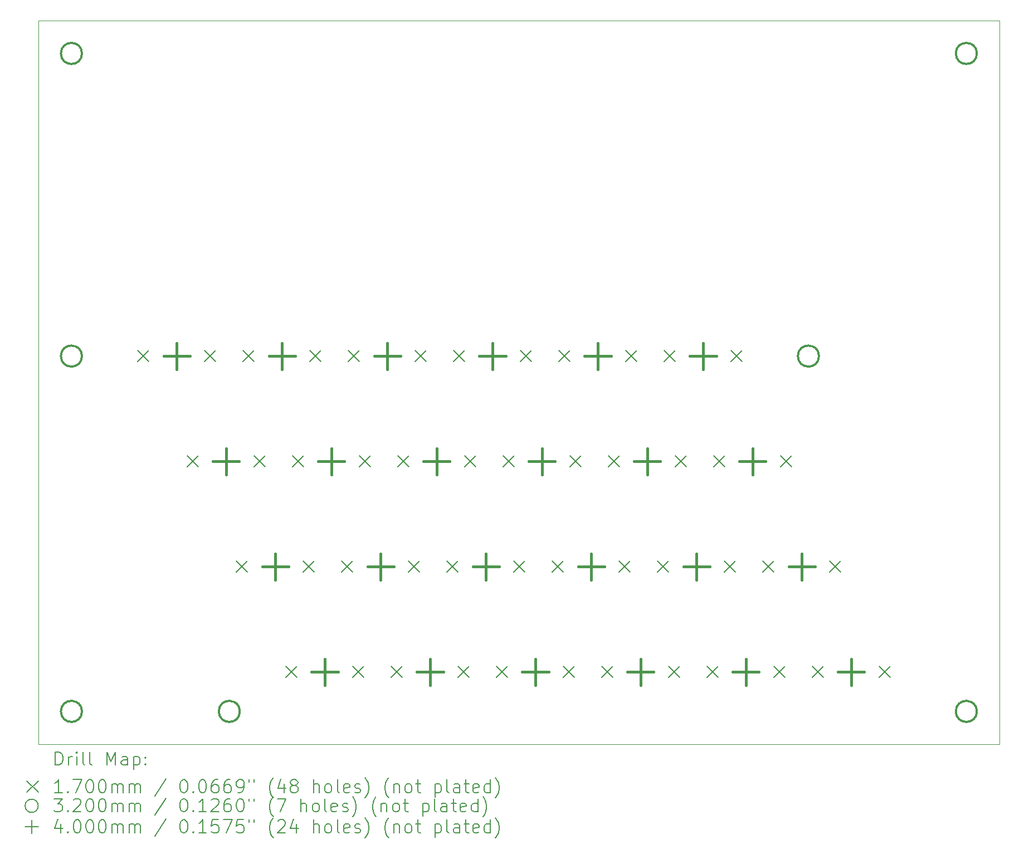
<source format=gbr>
%TF.GenerationSoftware,KiCad,Pcbnew,7.0.11-7.0.11~ubuntu22.04.1*%
%TF.CreationDate,2024-03-31T18:03:54+02:00*%
%TF.ProjectId,ek_left_hand_24_buttons,656b5f6c-6566-4745-9f68-616e645f3234,1.0*%
%TF.SameCoordinates,Original*%
%TF.FileFunction,Drillmap*%
%TF.FilePolarity,Positive*%
%FSLAX45Y45*%
G04 Gerber Fmt 4.5, Leading zero omitted, Abs format (unit mm)*
G04 Created by KiCad (PCBNEW 7.0.11-7.0.11~ubuntu22.04.1) date 2024-03-31 18:03:54*
%MOMM*%
%LPD*%
G01*
G04 APERTURE LIST*
%ADD10C,0.100000*%
%ADD11C,0.200000*%
%ADD12C,0.170000*%
%ADD13C,0.320000*%
%ADD14C,0.400000*%
G04 APERTURE END LIST*
D10*
X4260000Y-3740000D02*
X18860000Y-3740000D01*
X18860000Y-14740000D02*
X4260000Y-14740000D01*
X18860000Y-14740000D02*
X18860000Y-3740000D01*
X4260000Y-14740000D02*
X4260000Y-3740000D01*
D11*
D12*
X5767000Y-8755000D02*
X5937000Y-8925000D01*
X5937000Y-8755000D02*
X5767000Y-8925000D01*
X6517000Y-10355000D02*
X6687000Y-10525000D01*
X6687000Y-10355000D02*
X6517000Y-10525000D01*
X6783000Y-8755000D02*
X6953000Y-8925000D01*
X6953000Y-8755000D02*
X6783000Y-8925000D01*
X7267000Y-11955000D02*
X7437000Y-12125000D01*
X7437000Y-11955000D02*
X7267000Y-12125000D01*
X7367000Y-8755000D02*
X7537000Y-8925000D01*
X7537000Y-8755000D02*
X7367000Y-8925000D01*
X7533000Y-10355000D02*
X7703000Y-10525000D01*
X7703000Y-10355000D02*
X7533000Y-10525000D01*
X8017000Y-13555000D02*
X8187000Y-13725000D01*
X8187000Y-13555000D02*
X8017000Y-13725000D01*
X8117000Y-10355000D02*
X8287000Y-10525000D01*
X8287000Y-10355000D02*
X8117000Y-10525000D01*
X8283000Y-11955000D02*
X8453000Y-12125000D01*
X8453000Y-11955000D02*
X8283000Y-12125000D01*
X8383000Y-8755000D02*
X8553000Y-8925000D01*
X8553000Y-8755000D02*
X8383000Y-8925000D01*
X8867000Y-11955000D02*
X9037000Y-12125000D01*
X9037000Y-11955000D02*
X8867000Y-12125000D01*
X8967000Y-8755000D02*
X9137000Y-8925000D01*
X9137000Y-8755000D02*
X8967000Y-8925000D01*
X9033000Y-13555000D02*
X9203000Y-13725000D01*
X9203000Y-13555000D02*
X9033000Y-13725000D01*
X9133000Y-10355000D02*
X9303000Y-10525000D01*
X9303000Y-10355000D02*
X9133000Y-10525000D01*
X9617000Y-13555000D02*
X9787000Y-13725000D01*
X9787000Y-13555000D02*
X9617000Y-13725000D01*
X9717000Y-10355000D02*
X9887000Y-10525000D01*
X9887000Y-10355000D02*
X9717000Y-10525000D01*
X9883000Y-11955000D02*
X10053000Y-12125000D01*
X10053000Y-11955000D02*
X9883000Y-12125000D01*
X9983000Y-8755000D02*
X10153000Y-8925000D01*
X10153000Y-8755000D02*
X9983000Y-8925000D01*
X10467000Y-11955000D02*
X10637000Y-12125000D01*
X10637000Y-11955000D02*
X10467000Y-12125000D01*
X10567000Y-8755000D02*
X10737000Y-8925000D01*
X10737000Y-8755000D02*
X10567000Y-8925000D01*
X10633000Y-13555000D02*
X10803000Y-13725000D01*
X10803000Y-13555000D02*
X10633000Y-13725000D01*
X10733000Y-10355000D02*
X10903000Y-10525000D01*
X10903000Y-10355000D02*
X10733000Y-10525000D01*
X11217000Y-13555000D02*
X11387000Y-13725000D01*
X11387000Y-13555000D02*
X11217000Y-13725000D01*
X11317000Y-10355000D02*
X11487000Y-10525000D01*
X11487000Y-10355000D02*
X11317000Y-10525000D01*
X11483000Y-11955000D02*
X11653000Y-12125000D01*
X11653000Y-11955000D02*
X11483000Y-12125000D01*
X11583000Y-8755000D02*
X11753000Y-8925000D01*
X11753000Y-8755000D02*
X11583000Y-8925000D01*
X12067000Y-11955000D02*
X12237000Y-12125000D01*
X12237000Y-11955000D02*
X12067000Y-12125000D01*
X12167000Y-8755000D02*
X12337000Y-8925000D01*
X12337000Y-8755000D02*
X12167000Y-8925000D01*
X12233000Y-13555000D02*
X12403000Y-13725000D01*
X12403000Y-13555000D02*
X12233000Y-13725000D01*
X12333000Y-10355000D02*
X12503000Y-10525000D01*
X12503000Y-10355000D02*
X12333000Y-10525000D01*
X12817000Y-13555000D02*
X12987000Y-13725000D01*
X12987000Y-13555000D02*
X12817000Y-13725000D01*
X12917000Y-10355000D02*
X13087000Y-10525000D01*
X13087000Y-10355000D02*
X12917000Y-10525000D01*
X13083000Y-11955000D02*
X13253000Y-12125000D01*
X13253000Y-11955000D02*
X13083000Y-12125000D01*
X13183000Y-8755000D02*
X13353000Y-8925000D01*
X13353000Y-8755000D02*
X13183000Y-8925000D01*
X13667000Y-11955000D02*
X13837000Y-12125000D01*
X13837000Y-11955000D02*
X13667000Y-12125000D01*
X13767000Y-8755000D02*
X13937000Y-8925000D01*
X13937000Y-8755000D02*
X13767000Y-8925000D01*
X13833000Y-13555000D02*
X14003000Y-13725000D01*
X14003000Y-13555000D02*
X13833000Y-13725000D01*
X13933000Y-10355000D02*
X14103000Y-10525000D01*
X14103000Y-10355000D02*
X13933000Y-10525000D01*
X14417000Y-13555000D02*
X14587000Y-13725000D01*
X14587000Y-13555000D02*
X14417000Y-13725000D01*
X14517000Y-10355000D02*
X14687000Y-10525000D01*
X14687000Y-10355000D02*
X14517000Y-10525000D01*
X14683000Y-11955000D02*
X14853000Y-12125000D01*
X14853000Y-11955000D02*
X14683000Y-12125000D01*
X14783000Y-8755000D02*
X14953000Y-8925000D01*
X14953000Y-8755000D02*
X14783000Y-8925000D01*
X15267000Y-11955000D02*
X15437000Y-12125000D01*
X15437000Y-11955000D02*
X15267000Y-12125000D01*
X15433000Y-13555000D02*
X15603000Y-13725000D01*
X15603000Y-13555000D02*
X15433000Y-13725000D01*
X15533000Y-10355000D02*
X15703000Y-10525000D01*
X15703000Y-10355000D02*
X15533000Y-10525000D01*
X16017000Y-13555000D02*
X16187000Y-13725000D01*
X16187000Y-13555000D02*
X16017000Y-13725000D01*
X16283000Y-11955000D02*
X16453000Y-12125000D01*
X16453000Y-11955000D02*
X16283000Y-12125000D01*
X17033000Y-13555000D02*
X17203000Y-13725000D01*
X17203000Y-13555000D02*
X17033000Y-13725000D01*
D13*
X4920000Y-4240000D02*
G75*
G03*
X4600000Y-4240000I-160000J0D01*
G01*
X4600000Y-4240000D02*
G75*
G03*
X4920000Y-4240000I160000J0D01*
G01*
X4920000Y-8840000D02*
G75*
G03*
X4600000Y-8840000I-160000J0D01*
G01*
X4600000Y-8840000D02*
G75*
G03*
X4920000Y-8840000I160000J0D01*
G01*
X4920000Y-14240000D02*
G75*
G03*
X4600000Y-14240000I-160000J0D01*
G01*
X4600000Y-14240000D02*
G75*
G03*
X4920000Y-14240000I160000J0D01*
G01*
X7320000Y-14240000D02*
G75*
G03*
X7000000Y-14240000I-160000J0D01*
G01*
X7000000Y-14240000D02*
G75*
G03*
X7320000Y-14240000I160000J0D01*
G01*
X16120000Y-8840000D02*
G75*
G03*
X15800000Y-8840000I-160000J0D01*
G01*
X15800000Y-8840000D02*
G75*
G03*
X16120000Y-8840000I160000J0D01*
G01*
X18520000Y-4240000D02*
G75*
G03*
X18200000Y-4240000I-160000J0D01*
G01*
X18200000Y-4240000D02*
G75*
G03*
X18520000Y-4240000I160000J0D01*
G01*
X18520000Y-14240000D02*
G75*
G03*
X18200000Y-14240000I-160000J0D01*
G01*
X18200000Y-14240000D02*
G75*
G03*
X18520000Y-14240000I160000J0D01*
G01*
D14*
X6360000Y-8640000D02*
X6360000Y-9040000D01*
X6160000Y-8840000D02*
X6560000Y-8840000D01*
X7110000Y-10240000D02*
X7110000Y-10640000D01*
X6910000Y-10440000D02*
X7310000Y-10440000D01*
X7860000Y-11840000D02*
X7860000Y-12240000D01*
X7660000Y-12040000D02*
X8060000Y-12040000D01*
X7960000Y-8640000D02*
X7960000Y-9040000D01*
X7760000Y-8840000D02*
X8160000Y-8840000D01*
X8610000Y-13440000D02*
X8610000Y-13840000D01*
X8410000Y-13640000D02*
X8810000Y-13640000D01*
X8710000Y-10240000D02*
X8710000Y-10640000D01*
X8510000Y-10440000D02*
X8910000Y-10440000D01*
X9460000Y-11840000D02*
X9460000Y-12240000D01*
X9260000Y-12040000D02*
X9660000Y-12040000D01*
X9560000Y-8640000D02*
X9560000Y-9040000D01*
X9360000Y-8840000D02*
X9760000Y-8840000D01*
X10210000Y-13440000D02*
X10210000Y-13840000D01*
X10010000Y-13640000D02*
X10410000Y-13640000D01*
X10310000Y-10240000D02*
X10310000Y-10640000D01*
X10110000Y-10440000D02*
X10510000Y-10440000D01*
X11060000Y-11840000D02*
X11060000Y-12240000D01*
X10860000Y-12040000D02*
X11260000Y-12040000D01*
X11160000Y-8640000D02*
X11160000Y-9040000D01*
X10960000Y-8840000D02*
X11360000Y-8840000D01*
X11810000Y-13440000D02*
X11810000Y-13840000D01*
X11610000Y-13640000D02*
X12010000Y-13640000D01*
X11910000Y-10240000D02*
X11910000Y-10640000D01*
X11710000Y-10440000D02*
X12110000Y-10440000D01*
X12660000Y-11840000D02*
X12660000Y-12240000D01*
X12460000Y-12040000D02*
X12860000Y-12040000D01*
X12760000Y-8640000D02*
X12760000Y-9040000D01*
X12560000Y-8840000D02*
X12960000Y-8840000D01*
X13410000Y-13440000D02*
X13410000Y-13840000D01*
X13210000Y-13640000D02*
X13610000Y-13640000D01*
X13510000Y-10240000D02*
X13510000Y-10640000D01*
X13310000Y-10440000D02*
X13710000Y-10440000D01*
X14260000Y-11840000D02*
X14260000Y-12240000D01*
X14060000Y-12040000D02*
X14460000Y-12040000D01*
X14360000Y-8640000D02*
X14360000Y-9040000D01*
X14160000Y-8840000D02*
X14560000Y-8840000D01*
X15010000Y-13440000D02*
X15010000Y-13840000D01*
X14810000Y-13640000D02*
X15210000Y-13640000D01*
X15110000Y-10240000D02*
X15110000Y-10640000D01*
X14910000Y-10440000D02*
X15310000Y-10440000D01*
X15860000Y-11840000D02*
X15860000Y-12240000D01*
X15660000Y-12040000D02*
X16060000Y-12040000D01*
X16610000Y-13440000D02*
X16610000Y-13840000D01*
X16410000Y-13640000D02*
X16810000Y-13640000D01*
D11*
X4515777Y-15056484D02*
X4515777Y-14856484D01*
X4515777Y-14856484D02*
X4563396Y-14856484D01*
X4563396Y-14856484D02*
X4591967Y-14866008D01*
X4591967Y-14866008D02*
X4611015Y-14885055D01*
X4611015Y-14885055D02*
X4620539Y-14904103D01*
X4620539Y-14904103D02*
X4630063Y-14942198D01*
X4630063Y-14942198D02*
X4630063Y-14970769D01*
X4630063Y-14970769D02*
X4620539Y-15008865D01*
X4620539Y-15008865D02*
X4611015Y-15027912D01*
X4611015Y-15027912D02*
X4591967Y-15046960D01*
X4591967Y-15046960D02*
X4563396Y-15056484D01*
X4563396Y-15056484D02*
X4515777Y-15056484D01*
X4715777Y-15056484D02*
X4715777Y-14923150D01*
X4715777Y-14961246D02*
X4725301Y-14942198D01*
X4725301Y-14942198D02*
X4734824Y-14932674D01*
X4734824Y-14932674D02*
X4753872Y-14923150D01*
X4753872Y-14923150D02*
X4772920Y-14923150D01*
X4839586Y-15056484D02*
X4839586Y-14923150D01*
X4839586Y-14856484D02*
X4830063Y-14866008D01*
X4830063Y-14866008D02*
X4839586Y-14875531D01*
X4839586Y-14875531D02*
X4849110Y-14866008D01*
X4849110Y-14866008D02*
X4839586Y-14856484D01*
X4839586Y-14856484D02*
X4839586Y-14875531D01*
X4963396Y-15056484D02*
X4944348Y-15046960D01*
X4944348Y-15046960D02*
X4934824Y-15027912D01*
X4934824Y-15027912D02*
X4934824Y-14856484D01*
X5068158Y-15056484D02*
X5049110Y-15046960D01*
X5049110Y-15046960D02*
X5039586Y-15027912D01*
X5039586Y-15027912D02*
X5039586Y-14856484D01*
X5296729Y-15056484D02*
X5296729Y-14856484D01*
X5296729Y-14856484D02*
X5363396Y-14999341D01*
X5363396Y-14999341D02*
X5430063Y-14856484D01*
X5430063Y-14856484D02*
X5430063Y-15056484D01*
X5611015Y-15056484D02*
X5611015Y-14951722D01*
X5611015Y-14951722D02*
X5601491Y-14932674D01*
X5601491Y-14932674D02*
X5582444Y-14923150D01*
X5582444Y-14923150D02*
X5544348Y-14923150D01*
X5544348Y-14923150D02*
X5525301Y-14932674D01*
X5611015Y-15046960D02*
X5591967Y-15056484D01*
X5591967Y-15056484D02*
X5544348Y-15056484D01*
X5544348Y-15056484D02*
X5525301Y-15046960D01*
X5525301Y-15046960D02*
X5515777Y-15027912D01*
X5515777Y-15027912D02*
X5515777Y-15008865D01*
X5515777Y-15008865D02*
X5525301Y-14989817D01*
X5525301Y-14989817D02*
X5544348Y-14980293D01*
X5544348Y-14980293D02*
X5591967Y-14980293D01*
X5591967Y-14980293D02*
X5611015Y-14970769D01*
X5706253Y-14923150D02*
X5706253Y-15123150D01*
X5706253Y-14932674D02*
X5725301Y-14923150D01*
X5725301Y-14923150D02*
X5763396Y-14923150D01*
X5763396Y-14923150D02*
X5782443Y-14932674D01*
X5782443Y-14932674D02*
X5791967Y-14942198D01*
X5791967Y-14942198D02*
X5801491Y-14961246D01*
X5801491Y-14961246D02*
X5801491Y-15018388D01*
X5801491Y-15018388D02*
X5791967Y-15037436D01*
X5791967Y-15037436D02*
X5782443Y-15046960D01*
X5782443Y-15046960D02*
X5763396Y-15056484D01*
X5763396Y-15056484D02*
X5725301Y-15056484D01*
X5725301Y-15056484D02*
X5706253Y-15046960D01*
X5887205Y-15037436D02*
X5896729Y-15046960D01*
X5896729Y-15046960D02*
X5887205Y-15056484D01*
X5887205Y-15056484D02*
X5877682Y-15046960D01*
X5877682Y-15046960D02*
X5887205Y-15037436D01*
X5887205Y-15037436D02*
X5887205Y-15056484D01*
X5887205Y-14932674D02*
X5896729Y-14942198D01*
X5896729Y-14942198D02*
X5887205Y-14951722D01*
X5887205Y-14951722D02*
X5877682Y-14942198D01*
X5877682Y-14942198D02*
X5887205Y-14932674D01*
X5887205Y-14932674D02*
X5887205Y-14951722D01*
D12*
X4085000Y-15300000D02*
X4255000Y-15470000D01*
X4255000Y-15300000D02*
X4085000Y-15470000D01*
D11*
X4620539Y-15476484D02*
X4506253Y-15476484D01*
X4563396Y-15476484D02*
X4563396Y-15276484D01*
X4563396Y-15276484D02*
X4544348Y-15305055D01*
X4544348Y-15305055D02*
X4525301Y-15324103D01*
X4525301Y-15324103D02*
X4506253Y-15333627D01*
X4706253Y-15457436D02*
X4715777Y-15466960D01*
X4715777Y-15466960D02*
X4706253Y-15476484D01*
X4706253Y-15476484D02*
X4696729Y-15466960D01*
X4696729Y-15466960D02*
X4706253Y-15457436D01*
X4706253Y-15457436D02*
X4706253Y-15476484D01*
X4782444Y-15276484D02*
X4915777Y-15276484D01*
X4915777Y-15276484D02*
X4830063Y-15476484D01*
X5030063Y-15276484D02*
X5049110Y-15276484D01*
X5049110Y-15276484D02*
X5068158Y-15286008D01*
X5068158Y-15286008D02*
X5077682Y-15295531D01*
X5077682Y-15295531D02*
X5087205Y-15314579D01*
X5087205Y-15314579D02*
X5096729Y-15352674D01*
X5096729Y-15352674D02*
X5096729Y-15400293D01*
X5096729Y-15400293D02*
X5087205Y-15438388D01*
X5087205Y-15438388D02*
X5077682Y-15457436D01*
X5077682Y-15457436D02*
X5068158Y-15466960D01*
X5068158Y-15466960D02*
X5049110Y-15476484D01*
X5049110Y-15476484D02*
X5030063Y-15476484D01*
X5030063Y-15476484D02*
X5011015Y-15466960D01*
X5011015Y-15466960D02*
X5001491Y-15457436D01*
X5001491Y-15457436D02*
X4991967Y-15438388D01*
X4991967Y-15438388D02*
X4982444Y-15400293D01*
X4982444Y-15400293D02*
X4982444Y-15352674D01*
X4982444Y-15352674D02*
X4991967Y-15314579D01*
X4991967Y-15314579D02*
X5001491Y-15295531D01*
X5001491Y-15295531D02*
X5011015Y-15286008D01*
X5011015Y-15286008D02*
X5030063Y-15276484D01*
X5220539Y-15276484D02*
X5239586Y-15276484D01*
X5239586Y-15276484D02*
X5258634Y-15286008D01*
X5258634Y-15286008D02*
X5268158Y-15295531D01*
X5268158Y-15295531D02*
X5277682Y-15314579D01*
X5277682Y-15314579D02*
X5287205Y-15352674D01*
X5287205Y-15352674D02*
X5287205Y-15400293D01*
X5287205Y-15400293D02*
X5277682Y-15438388D01*
X5277682Y-15438388D02*
X5268158Y-15457436D01*
X5268158Y-15457436D02*
X5258634Y-15466960D01*
X5258634Y-15466960D02*
X5239586Y-15476484D01*
X5239586Y-15476484D02*
X5220539Y-15476484D01*
X5220539Y-15476484D02*
X5201491Y-15466960D01*
X5201491Y-15466960D02*
X5191967Y-15457436D01*
X5191967Y-15457436D02*
X5182444Y-15438388D01*
X5182444Y-15438388D02*
X5172920Y-15400293D01*
X5172920Y-15400293D02*
X5172920Y-15352674D01*
X5172920Y-15352674D02*
X5182444Y-15314579D01*
X5182444Y-15314579D02*
X5191967Y-15295531D01*
X5191967Y-15295531D02*
X5201491Y-15286008D01*
X5201491Y-15286008D02*
X5220539Y-15276484D01*
X5372920Y-15476484D02*
X5372920Y-15343150D01*
X5372920Y-15362198D02*
X5382444Y-15352674D01*
X5382444Y-15352674D02*
X5401491Y-15343150D01*
X5401491Y-15343150D02*
X5430063Y-15343150D01*
X5430063Y-15343150D02*
X5449110Y-15352674D01*
X5449110Y-15352674D02*
X5458634Y-15371722D01*
X5458634Y-15371722D02*
X5458634Y-15476484D01*
X5458634Y-15371722D02*
X5468158Y-15352674D01*
X5468158Y-15352674D02*
X5487205Y-15343150D01*
X5487205Y-15343150D02*
X5515777Y-15343150D01*
X5515777Y-15343150D02*
X5534825Y-15352674D01*
X5534825Y-15352674D02*
X5544348Y-15371722D01*
X5544348Y-15371722D02*
X5544348Y-15476484D01*
X5639586Y-15476484D02*
X5639586Y-15343150D01*
X5639586Y-15362198D02*
X5649110Y-15352674D01*
X5649110Y-15352674D02*
X5668158Y-15343150D01*
X5668158Y-15343150D02*
X5696729Y-15343150D01*
X5696729Y-15343150D02*
X5715777Y-15352674D01*
X5715777Y-15352674D02*
X5725301Y-15371722D01*
X5725301Y-15371722D02*
X5725301Y-15476484D01*
X5725301Y-15371722D02*
X5734824Y-15352674D01*
X5734824Y-15352674D02*
X5753872Y-15343150D01*
X5753872Y-15343150D02*
X5782443Y-15343150D01*
X5782443Y-15343150D02*
X5801491Y-15352674D01*
X5801491Y-15352674D02*
X5811015Y-15371722D01*
X5811015Y-15371722D02*
X5811015Y-15476484D01*
X6201491Y-15266960D02*
X6030063Y-15524103D01*
X6458634Y-15276484D02*
X6477682Y-15276484D01*
X6477682Y-15276484D02*
X6496729Y-15286008D01*
X6496729Y-15286008D02*
X6506253Y-15295531D01*
X6506253Y-15295531D02*
X6515777Y-15314579D01*
X6515777Y-15314579D02*
X6525301Y-15352674D01*
X6525301Y-15352674D02*
X6525301Y-15400293D01*
X6525301Y-15400293D02*
X6515777Y-15438388D01*
X6515777Y-15438388D02*
X6506253Y-15457436D01*
X6506253Y-15457436D02*
X6496729Y-15466960D01*
X6496729Y-15466960D02*
X6477682Y-15476484D01*
X6477682Y-15476484D02*
X6458634Y-15476484D01*
X6458634Y-15476484D02*
X6439586Y-15466960D01*
X6439586Y-15466960D02*
X6430063Y-15457436D01*
X6430063Y-15457436D02*
X6420539Y-15438388D01*
X6420539Y-15438388D02*
X6411015Y-15400293D01*
X6411015Y-15400293D02*
X6411015Y-15352674D01*
X6411015Y-15352674D02*
X6420539Y-15314579D01*
X6420539Y-15314579D02*
X6430063Y-15295531D01*
X6430063Y-15295531D02*
X6439586Y-15286008D01*
X6439586Y-15286008D02*
X6458634Y-15276484D01*
X6611015Y-15457436D02*
X6620539Y-15466960D01*
X6620539Y-15466960D02*
X6611015Y-15476484D01*
X6611015Y-15476484D02*
X6601491Y-15466960D01*
X6601491Y-15466960D02*
X6611015Y-15457436D01*
X6611015Y-15457436D02*
X6611015Y-15476484D01*
X6744348Y-15276484D02*
X6763396Y-15276484D01*
X6763396Y-15276484D02*
X6782444Y-15286008D01*
X6782444Y-15286008D02*
X6791967Y-15295531D01*
X6791967Y-15295531D02*
X6801491Y-15314579D01*
X6801491Y-15314579D02*
X6811015Y-15352674D01*
X6811015Y-15352674D02*
X6811015Y-15400293D01*
X6811015Y-15400293D02*
X6801491Y-15438388D01*
X6801491Y-15438388D02*
X6791967Y-15457436D01*
X6791967Y-15457436D02*
X6782444Y-15466960D01*
X6782444Y-15466960D02*
X6763396Y-15476484D01*
X6763396Y-15476484D02*
X6744348Y-15476484D01*
X6744348Y-15476484D02*
X6725301Y-15466960D01*
X6725301Y-15466960D02*
X6715777Y-15457436D01*
X6715777Y-15457436D02*
X6706253Y-15438388D01*
X6706253Y-15438388D02*
X6696729Y-15400293D01*
X6696729Y-15400293D02*
X6696729Y-15352674D01*
X6696729Y-15352674D02*
X6706253Y-15314579D01*
X6706253Y-15314579D02*
X6715777Y-15295531D01*
X6715777Y-15295531D02*
X6725301Y-15286008D01*
X6725301Y-15286008D02*
X6744348Y-15276484D01*
X6982444Y-15276484D02*
X6944348Y-15276484D01*
X6944348Y-15276484D02*
X6925301Y-15286008D01*
X6925301Y-15286008D02*
X6915777Y-15295531D01*
X6915777Y-15295531D02*
X6896729Y-15324103D01*
X6896729Y-15324103D02*
X6887206Y-15362198D01*
X6887206Y-15362198D02*
X6887206Y-15438388D01*
X6887206Y-15438388D02*
X6896729Y-15457436D01*
X6896729Y-15457436D02*
X6906253Y-15466960D01*
X6906253Y-15466960D02*
X6925301Y-15476484D01*
X6925301Y-15476484D02*
X6963396Y-15476484D01*
X6963396Y-15476484D02*
X6982444Y-15466960D01*
X6982444Y-15466960D02*
X6991967Y-15457436D01*
X6991967Y-15457436D02*
X7001491Y-15438388D01*
X7001491Y-15438388D02*
X7001491Y-15390769D01*
X7001491Y-15390769D02*
X6991967Y-15371722D01*
X6991967Y-15371722D02*
X6982444Y-15362198D01*
X6982444Y-15362198D02*
X6963396Y-15352674D01*
X6963396Y-15352674D02*
X6925301Y-15352674D01*
X6925301Y-15352674D02*
X6906253Y-15362198D01*
X6906253Y-15362198D02*
X6896729Y-15371722D01*
X6896729Y-15371722D02*
X6887206Y-15390769D01*
X7172920Y-15276484D02*
X7134825Y-15276484D01*
X7134825Y-15276484D02*
X7115777Y-15286008D01*
X7115777Y-15286008D02*
X7106253Y-15295531D01*
X7106253Y-15295531D02*
X7087206Y-15324103D01*
X7087206Y-15324103D02*
X7077682Y-15362198D01*
X7077682Y-15362198D02*
X7077682Y-15438388D01*
X7077682Y-15438388D02*
X7087206Y-15457436D01*
X7087206Y-15457436D02*
X7096729Y-15466960D01*
X7096729Y-15466960D02*
X7115777Y-15476484D01*
X7115777Y-15476484D02*
X7153872Y-15476484D01*
X7153872Y-15476484D02*
X7172920Y-15466960D01*
X7172920Y-15466960D02*
X7182444Y-15457436D01*
X7182444Y-15457436D02*
X7191967Y-15438388D01*
X7191967Y-15438388D02*
X7191967Y-15390769D01*
X7191967Y-15390769D02*
X7182444Y-15371722D01*
X7182444Y-15371722D02*
X7172920Y-15362198D01*
X7172920Y-15362198D02*
X7153872Y-15352674D01*
X7153872Y-15352674D02*
X7115777Y-15352674D01*
X7115777Y-15352674D02*
X7096729Y-15362198D01*
X7096729Y-15362198D02*
X7087206Y-15371722D01*
X7087206Y-15371722D02*
X7077682Y-15390769D01*
X7287206Y-15476484D02*
X7325301Y-15476484D01*
X7325301Y-15476484D02*
X7344348Y-15466960D01*
X7344348Y-15466960D02*
X7353872Y-15457436D01*
X7353872Y-15457436D02*
X7372920Y-15428865D01*
X7372920Y-15428865D02*
X7382444Y-15390769D01*
X7382444Y-15390769D02*
X7382444Y-15314579D01*
X7382444Y-15314579D02*
X7372920Y-15295531D01*
X7372920Y-15295531D02*
X7363396Y-15286008D01*
X7363396Y-15286008D02*
X7344348Y-15276484D01*
X7344348Y-15276484D02*
X7306253Y-15276484D01*
X7306253Y-15276484D02*
X7287206Y-15286008D01*
X7287206Y-15286008D02*
X7277682Y-15295531D01*
X7277682Y-15295531D02*
X7268158Y-15314579D01*
X7268158Y-15314579D02*
X7268158Y-15362198D01*
X7268158Y-15362198D02*
X7277682Y-15381246D01*
X7277682Y-15381246D02*
X7287206Y-15390769D01*
X7287206Y-15390769D02*
X7306253Y-15400293D01*
X7306253Y-15400293D02*
X7344348Y-15400293D01*
X7344348Y-15400293D02*
X7363396Y-15390769D01*
X7363396Y-15390769D02*
X7372920Y-15381246D01*
X7372920Y-15381246D02*
X7382444Y-15362198D01*
X7458634Y-15276484D02*
X7458634Y-15314579D01*
X7534825Y-15276484D02*
X7534825Y-15314579D01*
X7830063Y-15552674D02*
X7820539Y-15543150D01*
X7820539Y-15543150D02*
X7801491Y-15514579D01*
X7801491Y-15514579D02*
X7791968Y-15495531D01*
X7791968Y-15495531D02*
X7782444Y-15466960D01*
X7782444Y-15466960D02*
X7772920Y-15419341D01*
X7772920Y-15419341D02*
X7772920Y-15381246D01*
X7772920Y-15381246D02*
X7782444Y-15333627D01*
X7782444Y-15333627D02*
X7791968Y-15305055D01*
X7791968Y-15305055D02*
X7801491Y-15286008D01*
X7801491Y-15286008D02*
X7820539Y-15257436D01*
X7820539Y-15257436D02*
X7830063Y-15247912D01*
X7991968Y-15343150D02*
X7991968Y-15476484D01*
X7944348Y-15266960D02*
X7896729Y-15409817D01*
X7896729Y-15409817D02*
X8020539Y-15409817D01*
X8125301Y-15362198D02*
X8106253Y-15352674D01*
X8106253Y-15352674D02*
X8096729Y-15343150D01*
X8096729Y-15343150D02*
X8087206Y-15324103D01*
X8087206Y-15324103D02*
X8087206Y-15314579D01*
X8087206Y-15314579D02*
X8096729Y-15295531D01*
X8096729Y-15295531D02*
X8106253Y-15286008D01*
X8106253Y-15286008D02*
X8125301Y-15276484D01*
X8125301Y-15276484D02*
X8163396Y-15276484D01*
X8163396Y-15276484D02*
X8182444Y-15286008D01*
X8182444Y-15286008D02*
X8191968Y-15295531D01*
X8191968Y-15295531D02*
X8201491Y-15314579D01*
X8201491Y-15314579D02*
X8201491Y-15324103D01*
X8201491Y-15324103D02*
X8191968Y-15343150D01*
X8191968Y-15343150D02*
X8182444Y-15352674D01*
X8182444Y-15352674D02*
X8163396Y-15362198D01*
X8163396Y-15362198D02*
X8125301Y-15362198D01*
X8125301Y-15362198D02*
X8106253Y-15371722D01*
X8106253Y-15371722D02*
X8096729Y-15381246D01*
X8096729Y-15381246D02*
X8087206Y-15400293D01*
X8087206Y-15400293D02*
X8087206Y-15438388D01*
X8087206Y-15438388D02*
X8096729Y-15457436D01*
X8096729Y-15457436D02*
X8106253Y-15466960D01*
X8106253Y-15466960D02*
X8125301Y-15476484D01*
X8125301Y-15476484D02*
X8163396Y-15476484D01*
X8163396Y-15476484D02*
X8182444Y-15466960D01*
X8182444Y-15466960D02*
X8191968Y-15457436D01*
X8191968Y-15457436D02*
X8201491Y-15438388D01*
X8201491Y-15438388D02*
X8201491Y-15400293D01*
X8201491Y-15400293D02*
X8191968Y-15381246D01*
X8191968Y-15381246D02*
X8182444Y-15371722D01*
X8182444Y-15371722D02*
X8163396Y-15362198D01*
X8439587Y-15476484D02*
X8439587Y-15276484D01*
X8525301Y-15476484D02*
X8525301Y-15371722D01*
X8525301Y-15371722D02*
X8515777Y-15352674D01*
X8515777Y-15352674D02*
X8496730Y-15343150D01*
X8496730Y-15343150D02*
X8468158Y-15343150D01*
X8468158Y-15343150D02*
X8449111Y-15352674D01*
X8449111Y-15352674D02*
X8439587Y-15362198D01*
X8649111Y-15476484D02*
X8630063Y-15466960D01*
X8630063Y-15466960D02*
X8620539Y-15457436D01*
X8620539Y-15457436D02*
X8611015Y-15438388D01*
X8611015Y-15438388D02*
X8611015Y-15381246D01*
X8611015Y-15381246D02*
X8620539Y-15362198D01*
X8620539Y-15362198D02*
X8630063Y-15352674D01*
X8630063Y-15352674D02*
X8649111Y-15343150D01*
X8649111Y-15343150D02*
X8677682Y-15343150D01*
X8677682Y-15343150D02*
X8696730Y-15352674D01*
X8696730Y-15352674D02*
X8706253Y-15362198D01*
X8706253Y-15362198D02*
X8715777Y-15381246D01*
X8715777Y-15381246D02*
X8715777Y-15438388D01*
X8715777Y-15438388D02*
X8706253Y-15457436D01*
X8706253Y-15457436D02*
X8696730Y-15466960D01*
X8696730Y-15466960D02*
X8677682Y-15476484D01*
X8677682Y-15476484D02*
X8649111Y-15476484D01*
X8830063Y-15476484D02*
X8811015Y-15466960D01*
X8811015Y-15466960D02*
X8801492Y-15447912D01*
X8801492Y-15447912D02*
X8801492Y-15276484D01*
X8982444Y-15466960D02*
X8963396Y-15476484D01*
X8963396Y-15476484D02*
X8925301Y-15476484D01*
X8925301Y-15476484D02*
X8906253Y-15466960D01*
X8906253Y-15466960D02*
X8896730Y-15447912D01*
X8896730Y-15447912D02*
X8896730Y-15371722D01*
X8896730Y-15371722D02*
X8906253Y-15352674D01*
X8906253Y-15352674D02*
X8925301Y-15343150D01*
X8925301Y-15343150D02*
X8963396Y-15343150D01*
X8963396Y-15343150D02*
X8982444Y-15352674D01*
X8982444Y-15352674D02*
X8991968Y-15371722D01*
X8991968Y-15371722D02*
X8991968Y-15390769D01*
X8991968Y-15390769D02*
X8896730Y-15409817D01*
X9068158Y-15466960D02*
X9087206Y-15476484D01*
X9087206Y-15476484D02*
X9125301Y-15476484D01*
X9125301Y-15476484D02*
X9144349Y-15466960D01*
X9144349Y-15466960D02*
X9153873Y-15447912D01*
X9153873Y-15447912D02*
X9153873Y-15438388D01*
X9153873Y-15438388D02*
X9144349Y-15419341D01*
X9144349Y-15419341D02*
X9125301Y-15409817D01*
X9125301Y-15409817D02*
X9096730Y-15409817D01*
X9096730Y-15409817D02*
X9077682Y-15400293D01*
X9077682Y-15400293D02*
X9068158Y-15381246D01*
X9068158Y-15381246D02*
X9068158Y-15371722D01*
X9068158Y-15371722D02*
X9077682Y-15352674D01*
X9077682Y-15352674D02*
X9096730Y-15343150D01*
X9096730Y-15343150D02*
X9125301Y-15343150D01*
X9125301Y-15343150D02*
X9144349Y-15352674D01*
X9220539Y-15552674D02*
X9230063Y-15543150D01*
X9230063Y-15543150D02*
X9249111Y-15514579D01*
X9249111Y-15514579D02*
X9258634Y-15495531D01*
X9258634Y-15495531D02*
X9268158Y-15466960D01*
X9268158Y-15466960D02*
X9277682Y-15419341D01*
X9277682Y-15419341D02*
X9277682Y-15381246D01*
X9277682Y-15381246D02*
X9268158Y-15333627D01*
X9268158Y-15333627D02*
X9258634Y-15305055D01*
X9258634Y-15305055D02*
X9249111Y-15286008D01*
X9249111Y-15286008D02*
X9230063Y-15257436D01*
X9230063Y-15257436D02*
X9220539Y-15247912D01*
X9582444Y-15552674D02*
X9572920Y-15543150D01*
X9572920Y-15543150D02*
X9553873Y-15514579D01*
X9553873Y-15514579D02*
X9544349Y-15495531D01*
X9544349Y-15495531D02*
X9534825Y-15466960D01*
X9534825Y-15466960D02*
X9525301Y-15419341D01*
X9525301Y-15419341D02*
X9525301Y-15381246D01*
X9525301Y-15381246D02*
X9534825Y-15333627D01*
X9534825Y-15333627D02*
X9544349Y-15305055D01*
X9544349Y-15305055D02*
X9553873Y-15286008D01*
X9553873Y-15286008D02*
X9572920Y-15257436D01*
X9572920Y-15257436D02*
X9582444Y-15247912D01*
X9658634Y-15343150D02*
X9658634Y-15476484D01*
X9658634Y-15362198D02*
X9668158Y-15352674D01*
X9668158Y-15352674D02*
X9687206Y-15343150D01*
X9687206Y-15343150D02*
X9715777Y-15343150D01*
X9715777Y-15343150D02*
X9734825Y-15352674D01*
X9734825Y-15352674D02*
X9744349Y-15371722D01*
X9744349Y-15371722D02*
X9744349Y-15476484D01*
X9868158Y-15476484D02*
X9849111Y-15466960D01*
X9849111Y-15466960D02*
X9839587Y-15457436D01*
X9839587Y-15457436D02*
X9830063Y-15438388D01*
X9830063Y-15438388D02*
X9830063Y-15381246D01*
X9830063Y-15381246D02*
X9839587Y-15362198D01*
X9839587Y-15362198D02*
X9849111Y-15352674D01*
X9849111Y-15352674D02*
X9868158Y-15343150D01*
X9868158Y-15343150D02*
X9896730Y-15343150D01*
X9896730Y-15343150D02*
X9915777Y-15352674D01*
X9915777Y-15352674D02*
X9925301Y-15362198D01*
X9925301Y-15362198D02*
X9934825Y-15381246D01*
X9934825Y-15381246D02*
X9934825Y-15438388D01*
X9934825Y-15438388D02*
X9925301Y-15457436D01*
X9925301Y-15457436D02*
X9915777Y-15466960D01*
X9915777Y-15466960D02*
X9896730Y-15476484D01*
X9896730Y-15476484D02*
X9868158Y-15476484D01*
X9991968Y-15343150D02*
X10068158Y-15343150D01*
X10020539Y-15276484D02*
X10020539Y-15447912D01*
X10020539Y-15447912D02*
X10030063Y-15466960D01*
X10030063Y-15466960D02*
X10049111Y-15476484D01*
X10049111Y-15476484D02*
X10068158Y-15476484D01*
X10287206Y-15343150D02*
X10287206Y-15543150D01*
X10287206Y-15352674D02*
X10306254Y-15343150D01*
X10306254Y-15343150D02*
X10344349Y-15343150D01*
X10344349Y-15343150D02*
X10363396Y-15352674D01*
X10363396Y-15352674D02*
X10372920Y-15362198D01*
X10372920Y-15362198D02*
X10382444Y-15381246D01*
X10382444Y-15381246D02*
X10382444Y-15438388D01*
X10382444Y-15438388D02*
X10372920Y-15457436D01*
X10372920Y-15457436D02*
X10363396Y-15466960D01*
X10363396Y-15466960D02*
X10344349Y-15476484D01*
X10344349Y-15476484D02*
X10306254Y-15476484D01*
X10306254Y-15476484D02*
X10287206Y-15466960D01*
X10496730Y-15476484D02*
X10477682Y-15466960D01*
X10477682Y-15466960D02*
X10468158Y-15447912D01*
X10468158Y-15447912D02*
X10468158Y-15276484D01*
X10658635Y-15476484D02*
X10658635Y-15371722D01*
X10658635Y-15371722D02*
X10649111Y-15352674D01*
X10649111Y-15352674D02*
X10630063Y-15343150D01*
X10630063Y-15343150D02*
X10591968Y-15343150D01*
X10591968Y-15343150D02*
X10572920Y-15352674D01*
X10658635Y-15466960D02*
X10639587Y-15476484D01*
X10639587Y-15476484D02*
X10591968Y-15476484D01*
X10591968Y-15476484D02*
X10572920Y-15466960D01*
X10572920Y-15466960D02*
X10563396Y-15447912D01*
X10563396Y-15447912D02*
X10563396Y-15428865D01*
X10563396Y-15428865D02*
X10572920Y-15409817D01*
X10572920Y-15409817D02*
X10591968Y-15400293D01*
X10591968Y-15400293D02*
X10639587Y-15400293D01*
X10639587Y-15400293D02*
X10658635Y-15390769D01*
X10725301Y-15343150D02*
X10801492Y-15343150D01*
X10753873Y-15276484D02*
X10753873Y-15447912D01*
X10753873Y-15447912D02*
X10763396Y-15466960D01*
X10763396Y-15466960D02*
X10782444Y-15476484D01*
X10782444Y-15476484D02*
X10801492Y-15476484D01*
X10944349Y-15466960D02*
X10925301Y-15476484D01*
X10925301Y-15476484D02*
X10887206Y-15476484D01*
X10887206Y-15476484D02*
X10868158Y-15466960D01*
X10868158Y-15466960D02*
X10858635Y-15447912D01*
X10858635Y-15447912D02*
X10858635Y-15371722D01*
X10858635Y-15371722D02*
X10868158Y-15352674D01*
X10868158Y-15352674D02*
X10887206Y-15343150D01*
X10887206Y-15343150D02*
X10925301Y-15343150D01*
X10925301Y-15343150D02*
X10944349Y-15352674D01*
X10944349Y-15352674D02*
X10953873Y-15371722D01*
X10953873Y-15371722D02*
X10953873Y-15390769D01*
X10953873Y-15390769D02*
X10858635Y-15409817D01*
X11125301Y-15476484D02*
X11125301Y-15276484D01*
X11125301Y-15466960D02*
X11106254Y-15476484D01*
X11106254Y-15476484D02*
X11068158Y-15476484D01*
X11068158Y-15476484D02*
X11049111Y-15466960D01*
X11049111Y-15466960D02*
X11039587Y-15457436D01*
X11039587Y-15457436D02*
X11030063Y-15438388D01*
X11030063Y-15438388D02*
X11030063Y-15381246D01*
X11030063Y-15381246D02*
X11039587Y-15362198D01*
X11039587Y-15362198D02*
X11049111Y-15352674D01*
X11049111Y-15352674D02*
X11068158Y-15343150D01*
X11068158Y-15343150D02*
X11106254Y-15343150D01*
X11106254Y-15343150D02*
X11125301Y-15352674D01*
X11201492Y-15552674D02*
X11211015Y-15543150D01*
X11211015Y-15543150D02*
X11230063Y-15514579D01*
X11230063Y-15514579D02*
X11239587Y-15495531D01*
X11239587Y-15495531D02*
X11249111Y-15466960D01*
X11249111Y-15466960D02*
X11258634Y-15419341D01*
X11258634Y-15419341D02*
X11258634Y-15381246D01*
X11258634Y-15381246D02*
X11249111Y-15333627D01*
X11249111Y-15333627D02*
X11239587Y-15305055D01*
X11239587Y-15305055D02*
X11230063Y-15286008D01*
X11230063Y-15286008D02*
X11211015Y-15257436D01*
X11211015Y-15257436D02*
X11201492Y-15247912D01*
X4255000Y-15675000D02*
G75*
G03*
X4055000Y-15675000I-100000J0D01*
G01*
X4055000Y-15675000D02*
G75*
G03*
X4255000Y-15675000I100000J0D01*
G01*
X4496729Y-15566484D02*
X4620539Y-15566484D01*
X4620539Y-15566484D02*
X4553872Y-15642674D01*
X4553872Y-15642674D02*
X4582444Y-15642674D01*
X4582444Y-15642674D02*
X4601491Y-15652198D01*
X4601491Y-15652198D02*
X4611015Y-15661722D01*
X4611015Y-15661722D02*
X4620539Y-15680769D01*
X4620539Y-15680769D02*
X4620539Y-15728388D01*
X4620539Y-15728388D02*
X4611015Y-15747436D01*
X4611015Y-15747436D02*
X4601491Y-15756960D01*
X4601491Y-15756960D02*
X4582444Y-15766484D01*
X4582444Y-15766484D02*
X4525301Y-15766484D01*
X4525301Y-15766484D02*
X4506253Y-15756960D01*
X4506253Y-15756960D02*
X4496729Y-15747436D01*
X4706253Y-15747436D02*
X4715777Y-15756960D01*
X4715777Y-15756960D02*
X4706253Y-15766484D01*
X4706253Y-15766484D02*
X4696729Y-15756960D01*
X4696729Y-15756960D02*
X4706253Y-15747436D01*
X4706253Y-15747436D02*
X4706253Y-15766484D01*
X4791967Y-15585531D02*
X4801491Y-15576008D01*
X4801491Y-15576008D02*
X4820539Y-15566484D01*
X4820539Y-15566484D02*
X4868158Y-15566484D01*
X4868158Y-15566484D02*
X4887205Y-15576008D01*
X4887205Y-15576008D02*
X4896729Y-15585531D01*
X4896729Y-15585531D02*
X4906253Y-15604579D01*
X4906253Y-15604579D02*
X4906253Y-15623627D01*
X4906253Y-15623627D02*
X4896729Y-15652198D01*
X4896729Y-15652198D02*
X4782444Y-15766484D01*
X4782444Y-15766484D02*
X4906253Y-15766484D01*
X5030063Y-15566484D02*
X5049110Y-15566484D01*
X5049110Y-15566484D02*
X5068158Y-15576008D01*
X5068158Y-15576008D02*
X5077682Y-15585531D01*
X5077682Y-15585531D02*
X5087205Y-15604579D01*
X5087205Y-15604579D02*
X5096729Y-15642674D01*
X5096729Y-15642674D02*
X5096729Y-15690293D01*
X5096729Y-15690293D02*
X5087205Y-15728388D01*
X5087205Y-15728388D02*
X5077682Y-15747436D01*
X5077682Y-15747436D02*
X5068158Y-15756960D01*
X5068158Y-15756960D02*
X5049110Y-15766484D01*
X5049110Y-15766484D02*
X5030063Y-15766484D01*
X5030063Y-15766484D02*
X5011015Y-15756960D01*
X5011015Y-15756960D02*
X5001491Y-15747436D01*
X5001491Y-15747436D02*
X4991967Y-15728388D01*
X4991967Y-15728388D02*
X4982444Y-15690293D01*
X4982444Y-15690293D02*
X4982444Y-15642674D01*
X4982444Y-15642674D02*
X4991967Y-15604579D01*
X4991967Y-15604579D02*
X5001491Y-15585531D01*
X5001491Y-15585531D02*
X5011015Y-15576008D01*
X5011015Y-15576008D02*
X5030063Y-15566484D01*
X5220539Y-15566484D02*
X5239586Y-15566484D01*
X5239586Y-15566484D02*
X5258634Y-15576008D01*
X5258634Y-15576008D02*
X5268158Y-15585531D01*
X5268158Y-15585531D02*
X5277682Y-15604579D01*
X5277682Y-15604579D02*
X5287205Y-15642674D01*
X5287205Y-15642674D02*
X5287205Y-15690293D01*
X5287205Y-15690293D02*
X5277682Y-15728388D01*
X5277682Y-15728388D02*
X5268158Y-15747436D01*
X5268158Y-15747436D02*
X5258634Y-15756960D01*
X5258634Y-15756960D02*
X5239586Y-15766484D01*
X5239586Y-15766484D02*
X5220539Y-15766484D01*
X5220539Y-15766484D02*
X5201491Y-15756960D01*
X5201491Y-15756960D02*
X5191967Y-15747436D01*
X5191967Y-15747436D02*
X5182444Y-15728388D01*
X5182444Y-15728388D02*
X5172920Y-15690293D01*
X5172920Y-15690293D02*
X5172920Y-15642674D01*
X5172920Y-15642674D02*
X5182444Y-15604579D01*
X5182444Y-15604579D02*
X5191967Y-15585531D01*
X5191967Y-15585531D02*
X5201491Y-15576008D01*
X5201491Y-15576008D02*
X5220539Y-15566484D01*
X5372920Y-15766484D02*
X5372920Y-15633150D01*
X5372920Y-15652198D02*
X5382444Y-15642674D01*
X5382444Y-15642674D02*
X5401491Y-15633150D01*
X5401491Y-15633150D02*
X5430063Y-15633150D01*
X5430063Y-15633150D02*
X5449110Y-15642674D01*
X5449110Y-15642674D02*
X5458634Y-15661722D01*
X5458634Y-15661722D02*
X5458634Y-15766484D01*
X5458634Y-15661722D02*
X5468158Y-15642674D01*
X5468158Y-15642674D02*
X5487205Y-15633150D01*
X5487205Y-15633150D02*
X5515777Y-15633150D01*
X5515777Y-15633150D02*
X5534825Y-15642674D01*
X5534825Y-15642674D02*
X5544348Y-15661722D01*
X5544348Y-15661722D02*
X5544348Y-15766484D01*
X5639586Y-15766484D02*
X5639586Y-15633150D01*
X5639586Y-15652198D02*
X5649110Y-15642674D01*
X5649110Y-15642674D02*
X5668158Y-15633150D01*
X5668158Y-15633150D02*
X5696729Y-15633150D01*
X5696729Y-15633150D02*
X5715777Y-15642674D01*
X5715777Y-15642674D02*
X5725301Y-15661722D01*
X5725301Y-15661722D02*
X5725301Y-15766484D01*
X5725301Y-15661722D02*
X5734824Y-15642674D01*
X5734824Y-15642674D02*
X5753872Y-15633150D01*
X5753872Y-15633150D02*
X5782443Y-15633150D01*
X5782443Y-15633150D02*
X5801491Y-15642674D01*
X5801491Y-15642674D02*
X5811015Y-15661722D01*
X5811015Y-15661722D02*
X5811015Y-15766484D01*
X6201491Y-15556960D02*
X6030063Y-15814103D01*
X6458634Y-15566484D02*
X6477682Y-15566484D01*
X6477682Y-15566484D02*
X6496729Y-15576008D01*
X6496729Y-15576008D02*
X6506253Y-15585531D01*
X6506253Y-15585531D02*
X6515777Y-15604579D01*
X6515777Y-15604579D02*
X6525301Y-15642674D01*
X6525301Y-15642674D02*
X6525301Y-15690293D01*
X6525301Y-15690293D02*
X6515777Y-15728388D01*
X6515777Y-15728388D02*
X6506253Y-15747436D01*
X6506253Y-15747436D02*
X6496729Y-15756960D01*
X6496729Y-15756960D02*
X6477682Y-15766484D01*
X6477682Y-15766484D02*
X6458634Y-15766484D01*
X6458634Y-15766484D02*
X6439586Y-15756960D01*
X6439586Y-15756960D02*
X6430063Y-15747436D01*
X6430063Y-15747436D02*
X6420539Y-15728388D01*
X6420539Y-15728388D02*
X6411015Y-15690293D01*
X6411015Y-15690293D02*
X6411015Y-15642674D01*
X6411015Y-15642674D02*
X6420539Y-15604579D01*
X6420539Y-15604579D02*
X6430063Y-15585531D01*
X6430063Y-15585531D02*
X6439586Y-15576008D01*
X6439586Y-15576008D02*
X6458634Y-15566484D01*
X6611015Y-15747436D02*
X6620539Y-15756960D01*
X6620539Y-15756960D02*
X6611015Y-15766484D01*
X6611015Y-15766484D02*
X6601491Y-15756960D01*
X6601491Y-15756960D02*
X6611015Y-15747436D01*
X6611015Y-15747436D02*
X6611015Y-15766484D01*
X6811015Y-15766484D02*
X6696729Y-15766484D01*
X6753872Y-15766484D02*
X6753872Y-15566484D01*
X6753872Y-15566484D02*
X6734825Y-15595055D01*
X6734825Y-15595055D02*
X6715777Y-15614103D01*
X6715777Y-15614103D02*
X6696729Y-15623627D01*
X6887206Y-15585531D02*
X6896729Y-15576008D01*
X6896729Y-15576008D02*
X6915777Y-15566484D01*
X6915777Y-15566484D02*
X6963396Y-15566484D01*
X6963396Y-15566484D02*
X6982444Y-15576008D01*
X6982444Y-15576008D02*
X6991967Y-15585531D01*
X6991967Y-15585531D02*
X7001491Y-15604579D01*
X7001491Y-15604579D02*
X7001491Y-15623627D01*
X7001491Y-15623627D02*
X6991967Y-15652198D01*
X6991967Y-15652198D02*
X6877682Y-15766484D01*
X6877682Y-15766484D02*
X7001491Y-15766484D01*
X7172920Y-15566484D02*
X7134825Y-15566484D01*
X7134825Y-15566484D02*
X7115777Y-15576008D01*
X7115777Y-15576008D02*
X7106253Y-15585531D01*
X7106253Y-15585531D02*
X7087206Y-15614103D01*
X7087206Y-15614103D02*
X7077682Y-15652198D01*
X7077682Y-15652198D02*
X7077682Y-15728388D01*
X7077682Y-15728388D02*
X7087206Y-15747436D01*
X7087206Y-15747436D02*
X7096729Y-15756960D01*
X7096729Y-15756960D02*
X7115777Y-15766484D01*
X7115777Y-15766484D02*
X7153872Y-15766484D01*
X7153872Y-15766484D02*
X7172920Y-15756960D01*
X7172920Y-15756960D02*
X7182444Y-15747436D01*
X7182444Y-15747436D02*
X7191967Y-15728388D01*
X7191967Y-15728388D02*
X7191967Y-15680769D01*
X7191967Y-15680769D02*
X7182444Y-15661722D01*
X7182444Y-15661722D02*
X7172920Y-15652198D01*
X7172920Y-15652198D02*
X7153872Y-15642674D01*
X7153872Y-15642674D02*
X7115777Y-15642674D01*
X7115777Y-15642674D02*
X7096729Y-15652198D01*
X7096729Y-15652198D02*
X7087206Y-15661722D01*
X7087206Y-15661722D02*
X7077682Y-15680769D01*
X7315777Y-15566484D02*
X7334825Y-15566484D01*
X7334825Y-15566484D02*
X7353872Y-15576008D01*
X7353872Y-15576008D02*
X7363396Y-15585531D01*
X7363396Y-15585531D02*
X7372920Y-15604579D01*
X7372920Y-15604579D02*
X7382444Y-15642674D01*
X7382444Y-15642674D02*
X7382444Y-15690293D01*
X7382444Y-15690293D02*
X7372920Y-15728388D01*
X7372920Y-15728388D02*
X7363396Y-15747436D01*
X7363396Y-15747436D02*
X7353872Y-15756960D01*
X7353872Y-15756960D02*
X7334825Y-15766484D01*
X7334825Y-15766484D02*
X7315777Y-15766484D01*
X7315777Y-15766484D02*
X7296729Y-15756960D01*
X7296729Y-15756960D02*
X7287206Y-15747436D01*
X7287206Y-15747436D02*
X7277682Y-15728388D01*
X7277682Y-15728388D02*
X7268158Y-15690293D01*
X7268158Y-15690293D02*
X7268158Y-15642674D01*
X7268158Y-15642674D02*
X7277682Y-15604579D01*
X7277682Y-15604579D02*
X7287206Y-15585531D01*
X7287206Y-15585531D02*
X7296729Y-15576008D01*
X7296729Y-15576008D02*
X7315777Y-15566484D01*
X7458634Y-15566484D02*
X7458634Y-15604579D01*
X7534825Y-15566484D02*
X7534825Y-15604579D01*
X7830063Y-15842674D02*
X7820539Y-15833150D01*
X7820539Y-15833150D02*
X7801491Y-15804579D01*
X7801491Y-15804579D02*
X7791968Y-15785531D01*
X7791968Y-15785531D02*
X7782444Y-15756960D01*
X7782444Y-15756960D02*
X7772920Y-15709341D01*
X7772920Y-15709341D02*
X7772920Y-15671246D01*
X7772920Y-15671246D02*
X7782444Y-15623627D01*
X7782444Y-15623627D02*
X7791968Y-15595055D01*
X7791968Y-15595055D02*
X7801491Y-15576008D01*
X7801491Y-15576008D02*
X7820539Y-15547436D01*
X7820539Y-15547436D02*
X7830063Y-15537912D01*
X7887206Y-15566484D02*
X8020539Y-15566484D01*
X8020539Y-15566484D02*
X7934825Y-15766484D01*
X8249110Y-15766484D02*
X8249110Y-15566484D01*
X8334825Y-15766484D02*
X8334825Y-15661722D01*
X8334825Y-15661722D02*
X8325301Y-15642674D01*
X8325301Y-15642674D02*
X8306253Y-15633150D01*
X8306253Y-15633150D02*
X8277682Y-15633150D01*
X8277682Y-15633150D02*
X8258634Y-15642674D01*
X8258634Y-15642674D02*
X8249110Y-15652198D01*
X8458634Y-15766484D02*
X8439587Y-15756960D01*
X8439587Y-15756960D02*
X8430063Y-15747436D01*
X8430063Y-15747436D02*
X8420539Y-15728388D01*
X8420539Y-15728388D02*
X8420539Y-15671246D01*
X8420539Y-15671246D02*
X8430063Y-15652198D01*
X8430063Y-15652198D02*
X8439587Y-15642674D01*
X8439587Y-15642674D02*
X8458634Y-15633150D01*
X8458634Y-15633150D02*
X8487206Y-15633150D01*
X8487206Y-15633150D02*
X8506253Y-15642674D01*
X8506253Y-15642674D02*
X8515777Y-15652198D01*
X8515777Y-15652198D02*
X8525301Y-15671246D01*
X8525301Y-15671246D02*
X8525301Y-15728388D01*
X8525301Y-15728388D02*
X8515777Y-15747436D01*
X8515777Y-15747436D02*
X8506253Y-15756960D01*
X8506253Y-15756960D02*
X8487206Y-15766484D01*
X8487206Y-15766484D02*
X8458634Y-15766484D01*
X8639587Y-15766484D02*
X8620539Y-15756960D01*
X8620539Y-15756960D02*
X8611015Y-15737912D01*
X8611015Y-15737912D02*
X8611015Y-15566484D01*
X8791968Y-15756960D02*
X8772920Y-15766484D01*
X8772920Y-15766484D02*
X8734825Y-15766484D01*
X8734825Y-15766484D02*
X8715777Y-15756960D01*
X8715777Y-15756960D02*
X8706253Y-15737912D01*
X8706253Y-15737912D02*
X8706253Y-15661722D01*
X8706253Y-15661722D02*
X8715777Y-15642674D01*
X8715777Y-15642674D02*
X8734825Y-15633150D01*
X8734825Y-15633150D02*
X8772920Y-15633150D01*
X8772920Y-15633150D02*
X8791968Y-15642674D01*
X8791968Y-15642674D02*
X8801492Y-15661722D01*
X8801492Y-15661722D02*
X8801492Y-15680769D01*
X8801492Y-15680769D02*
X8706253Y-15699817D01*
X8877682Y-15756960D02*
X8896730Y-15766484D01*
X8896730Y-15766484D02*
X8934825Y-15766484D01*
X8934825Y-15766484D02*
X8953873Y-15756960D01*
X8953873Y-15756960D02*
X8963396Y-15737912D01*
X8963396Y-15737912D02*
X8963396Y-15728388D01*
X8963396Y-15728388D02*
X8953873Y-15709341D01*
X8953873Y-15709341D02*
X8934825Y-15699817D01*
X8934825Y-15699817D02*
X8906253Y-15699817D01*
X8906253Y-15699817D02*
X8887206Y-15690293D01*
X8887206Y-15690293D02*
X8877682Y-15671246D01*
X8877682Y-15671246D02*
X8877682Y-15661722D01*
X8877682Y-15661722D02*
X8887206Y-15642674D01*
X8887206Y-15642674D02*
X8906253Y-15633150D01*
X8906253Y-15633150D02*
X8934825Y-15633150D01*
X8934825Y-15633150D02*
X8953873Y-15642674D01*
X9030063Y-15842674D02*
X9039587Y-15833150D01*
X9039587Y-15833150D02*
X9058634Y-15804579D01*
X9058634Y-15804579D02*
X9068158Y-15785531D01*
X9068158Y-15785531D02*
X9077682Y-15756960D01*
X9077682Y-15756960D02*
X9087206Y-15709341D01*
X9087206Y-15709341D02*
X9087206Y-15671246D01*
X9087206Y-15671246D02*
X9077682Y-15623627D01*
X9077682Y-15623627D02*
X9068158Y-15595055D01*
X9068158Y-15595055D02*
X9058634Y-15576008D01*
X9058634Y-15576008D02*
X9039587Y-15547436D01*
X9039587Y-15547436D02*
X9030063Y-15537912D01*
X9391968Y-15842674D02*
X9382444Y-15833150D01*
X9382444Y-15833150D02*
X9363396Y-15804579D01*
X9363396Y-15804579D02*
X9353873Y-15785531D01*
X9353873Y-15785531D02*
X9344349Y-15756960D01*
X9344349Y-15756960D02*
X9334825Y-15709341D01*
X9334825Y-15709341D02*
X9334825Y-15671246D01*
X9334825Y-15671246D02*
X9344349Y-15623627D01*
X9344349Y-15623627D02*
X9353873Y-15595055D01*
X9353873Y-15595055D02*
X9363396Y-15576008D01*
X9363396Y-15576008D02*
X9382444Y-15547436D01*
X9382444Y-15547436D02*
X9391968Y-15537912D01*
X9468158Y-15633150D02*
X9468158Y-15766484D01*
X9468158Y-15652198D02*
X9477682Y-15642674D01*
X9477682Y-15642674D02*
X9496730Y-15633150D01*
X9496730Y-15633150D02*
X9525301Y-15633150D01*
X9525301Y-15633150D02*
X9544349Y-15642674D01*
X9544349Y-15642674D02*
X9553873Y-15661722D01*
X9553873Y-15661722D02*
X9553873Y-15766484D01*
X9677682Y-15766484D02*
X9658634Y-15756960D01*
X9658634Y-15756960D02*
X9649111Y-15747436D01*
X9649111Y-15747436D02*
X9639587Y-15728388D01*
X9639587Y-15728388D02*
X9639587Y-15671246D01*
X9639587Y-15671246D02*
X9649111Y-15652198D01*
X9649111Y-15652198D02*
X9658634Y-15642674D01*
X9658634Y-15642674D02*
X9677682Y-15633150D01*
X9677682Y-15633150D02*
X9706254Y-15633150D01*
X9706254Y-15633150D02*
X9725301Y-15642674D01*
X9725301Y-15642674D02*
X9734825Y-15652198D01*
X9734825Y-15652198D02*
X9744349Y-15671246D01*
X9744349Y-15671246D02*
X9744349Y-15728388D01*
X9744349Y-15728388D02*
X9734825Y-15747436D01*
X9734825Y-15747436D02*
X9725301Y-15756960D01*
X9725301Y-15756960D02*
X9706254Y-15766484D01*
X9706254Y-15766484D02*
X9677682Y-15766484D01*
X9801492Y-15633150D02*
X9877682Y-15633150D01*
X9830063Y-15566484D02*
X9830063Y-15737912D01*
X9830063Y-15737912D02*
X9839587Y-15756960D01*
X9839587Y-15756960D02*
X9858634Y-15766484D01*
X9858634Y-15766484D02*
X9877682Y-15766484D01*
X10096730Y-15633150D02*
X10096730Y-15833150D01*
X10096730Y-15642674D02*
X10115777Y-15633150D01*
X10115777Y-15633150D02*
X10153873Y-15633150D01*
X10153873Y-15633150D02*
X10172920Y-15642674D01*
X10172920Y-15642674D02*
X10182444Y-15652198D01*
X10182444Y-15652198D02*
X10191968Y-15671246D01*
X10191968Y-15671246D02*
X10191968Y-15728388D01*
X10191968Y-15728388D02*
X10182444Y-15747436D01*
X10182444Y-15747436D02*
X10172920Y-15756960D01*
X10172920Y-15756960D02*
X10153873Y-15766484D01*
X10153873Y-15766484D02*
X10115777Y-15766484D01*
X10115777Y-15766484D02*
X10096730Y-15756960D01*
X10306254Y-15766484D02*
X10287206Y-15756960D01*
X10287206Y-15756960D02*
X10277682Y-15737912D01*
X10277682Y-15737912D02*
X10277682Y-15566484D01*
X10468158Y-15766484D02*
X10468158Y-15661722D01*
X10468158Y-15661722D02*
X10458635Y-15642674D01*
X10458635Y-15642674D02*
X10439587Y-15633150D01*
X10439587Y-15633150D02*
X10401492Y-15633150D01*
X10401492Y-15633150D02*
X10382444Y-15642674D01*
X10468158Y-15756960D02*
X10449111Y-15766484D01*
X10449111Y-15766484D02*
X10401492Y-15766484D01*
X10401492Y-15766484D02*
X10382444Y-15756960D01*
X10382444Y-15756960D02*
X10372920Y-15737912D01*
X10372920Y-15737912D02*
X10372920Y-15718865D01*
X10372920Y-15718865D02*
X10382444Y-15699817D01*
X10382444Y-15699817D02*
X10401492Y-15690293D01*
X10401492Y-15690293D02*
X10449111Y-15690293D01*
X10449111Y-15690293D02*
X10468158Y-15680769D01*
X10534825Y-15633150D02*
X10611015Y-15633150D01*
X10563396Y-15566484D02*
X10563396Y-15737912D01*
X10563396Y-15737912D02*
X10572920Y-15756960D01*
X10572920Y-15756960D02*
X10591968Y-15766484D01*
X10591968Y-15766484D02*
X10611015Y-15766484D01*
X10753873Y-15756960D02*
X10734825Y-15766484D01*
X10734825Y-15766484D02*
X10696730Y-15766484D01*
X10696730Y-15766484D02*
X10677682Y-15756960D01*
X10677682Y-15756960D02*
X10668158Y-15737912D01*
X10668158Y-15737912D02*
X10668158Y-15661722D01*
X10668158Y-15661722D02*
X10677682Y-15642674D01*
X10677682Y-15642674D02*
X10696730Y-15633150D01*
X10696730Y-15633150D02*
X10734825Y-15633150D01*
X10734825Y-15633150D02*
X10753873Y-15642674D01*
X10753873Y-15642674D02*
X10763396Y-15661722D01*
X10763396Y-15661722D02*
X10763396Y-15680769D01*
X10763396Y-15680769D02*
X10668158Y-15699817D01*
X10934825Y-15766484D02*
X10934825Y-15566484D01*
X10934825Y-15756960D02*
X10915777Y-15766484D01*
X10915777Y-15766484D02*
X10877682Y-15766484D01*
X10877682Y-15766484D02*
X10858635Y-15756960D01*
X10858635Y-15756960D02*
X10849111Y-15747436D01*
X10849111Y-15747436D02*
X10839587Y-15728388D01*
X10839587Y-15728388D02*
X10839587Y-15671246D01*
X10839587Y-15671246D02*
X10849111Y-15652198D01*
X10849111Y-15652198D02*
X10858635Y-15642674D01*
X10858635Y-15642674D02*
X10877682Y-15633150D01*
X10877682Y-15633150D02*
X10915777Y-15633150D01*
X10915777Y-15633150D02*
X10934825Y-15642674D01*
X11011016Y-15842674D02*
X11020539Y-15833150D01*
X11020539Y-15833150D02*
X11039587Y-15804579D01*
X11039587Y-15804579D02*
X11049111Y-15785531D01*
X11049111Y-15785531D02*
X11058635Y-15756960D01*
X11058635Y-15756960D02*
X11068158Y-15709341D01*
X11068158Y-15709341D02*
X11068158Y-15671246D01*
X11068158Y-15671246D02*
X11058635Y-15623627D01*
X11058635Y-15623627D02*
X11049111Y-15595055D01*
X11049111Y-15595055D02*
X11039587Y-15576008D01*
X11039587Y-15576008D02*
X11020539Y-15547436D01*
X11020539Y-15547436D02*
X11011016Y-15537912D01*
X4155000Y-15895000D02*
X4155000Y-16095000D01*
X4055000Y-15995000D02*
X4255000Y-15995000D01*
X4601491Y-15953150D02*
X4601491Y-16086484D01*
X4553872Y-15876960D02*
X4506253Y-16019817D01*
X4506253Y-16019817D02*
X4630063Y-16019817D01*
X4706253Y-16067436D02*
X4715777Y-16076960D01*
X4715777Y-16076960D02*
X4706253Y-16086484D01*
X4706253Y-16086484D02*
X4696729Y-16076960D01*
X4696729Y-16076960D02*
X4706253Y-16067436D01*
X4706253Y-16067436D02*
X4706253Y-16086484D01*
X4839586Y-15886484D02*
X4858634Y-15886484D01*
X4858634Y-15886484D02*
X4877682Y-15896008D01*
X4877682Y-15896008D02*
X4887205Y-15905531D01*
X4887205Y-15905531D02*
X4896729Y-15924579D01*
X4896729Y-15924579D02*
X4906253Y-15962674D01*
X4906253Y-15962674D02*
X4906253Y-16010293D01*
X4906253Y-16010293D02*
X4896729Y-16048388D01*
X4896729Y-16048388D02*
X4887205Y-16067436D01*
X4887205Y-16067436D02*
X4877682Y-16076960D01*
X4877682Y-16076960D02*
X4858634Y-16086484D01*
X4858634Y-16086484D02*
X4839586Y-16086484D01*
X4839586Y-16086484D02*
X4820539Y-16076960D01*
X4820539Y-16076960D02*
X4811015Y-16067436D01*
X4811015Y-16067436D02*
X4801491Y-16048388D01*
X4801491Y-16048388D02*
X4791967Y-16010293D01*
X4791967Y-16010293D02*
X4791967Y-15962674D01*
X4791967Y-15962674D02*
X4801491Y-15924579D01*
X4801491Y-15924579D02*
X4811015Y-15905531D01*
X4811015Y-15905531D02*
X4820539Y-15896008D01*
X4820539Y-15896008D02*
X4839586Y-15886484D01*
X5030063Y-15886484D02*
X5049110Y-15886484D01*
X5049110Y-15886484D02*
X5068158Y-15896008D01*
X5068158Y-15896008D02*
X5077682Y-15905531D01*
X5077682Y-15905531D02*
X5087205Y-15924579D01*
X5087205Y-15924579D02*
X5096729Y-15962674D01*
X5096729Y-15962674D02*
X5096729Y-16010293D01*
X5096729Y-16010293D02*
X5087205Y-16048388D01*
X5087205Y-16048388D02*
X5077682Y-16067436D01*
X5077682Y-16067436D02*
X5068158Y-16076960D01*
X5068158Y-16076960D02*
X5049110Y-16086484D01*
X5049110Y-16086484D02*
X5030063Y-16086484D01*
X5030063Y-16086484D02*
X5011015Y-16076960D01*
X5011015Y-16076960D02*
X5001491Y-16067436D01*
X5001491Y-16067436D02*
X4991967Y-16048388D01*
X4991967Y-16048388D02*
X4982444Y-16010293D01*
X4982444Y-16010293D02*
X4982444Y-15962674D01*
X4982444Y-15962674D02*
X4991967Y-15924579D01*
X4991967Y-15924579D02*
X5001491Y-15905531D01*
X5001491Y-15905531D02*
X5011015Y-15896008D01*
X5011015Y-15896008D02*
X5030063Y-15886484D01*
X5220539Y-15886484D02*
X5239586Y-15886484D01*
X5239586Y-15886484D02*
X5258634Y-15896008D01*
X5258634Y-15896008D02*
X5268158Y-15905531D01*
X5268158Y-15905531D02*
X5277682Y-15924579D01*
X5277682Y-15924579D02*
X5287205Y-15962674D01*
X5287205Y-15962674D02*
X5287205Y-16010293D01*
X5287205Y-16010293D02*
X5277682Y-16048388D01*
X5277682Y-16048388D02*
X5268158Y-16067436D01*
X5268158Y-16067436D02*
X5258634Y-16076960D01*
X5258634Y-16076960D02*
X5239586Y-16086484D01*
X5239586Y-16086484D02*
X5220539Y-16086484D01*
X5220539Y-16086484D02*
X5201491Y-16076960D01*
X5201491Y-16076960D02*
X5191967Y-16067436D01*
X5191967Y-16067436D02*
X5182444Y-16048388D01*
X5182444Y-16048388D02*
X5172920Y-16010293D01*
X5172920Y-16010293D02*
X5172920Y-15962674D01*
X5172920Y-15962674D02*
X5182444Y-15924579D01*
X5182444Y-15924579D02*
X5191967Y-15905531D01*
X5191967Y-15905531D02*
X5201491Y-15896008D01*
X5201491Y-15896008D02*
X5220539Y-15886484D01*
X5372920Y-16086484D02*
X5372920Y-15953150D01*
X5372920Y-15972198D02*
X5382444Y-15962674D01*
X5382444Y-15962674D02*
X5401491Y-15953150D01*
X5401491Y-15953150D02*
X5430063Y-15953150D01*
X5430063Y-15953150D02*
X5449110Y-15962674D01*
X5449110Y-15962674D02*
X5458634Y-15981722D01*
X5458634Y-15981722D02*
X5458634Y-16086484D01*
X5458634Y-15981722D02*
X5468158Y-15962674D01*
X5468158Y-15962674D02*
X5487205Y-15953150D01*
X5487205Y-15953150D02*
X5515777Y-15953150D01*
X5515777Y-15953150D02*
X5534825Y-15962674D01*
X5534825Y-15962674D02*
X5544348Y-15981722D01*
X5544348Y-15981722D02*
X5544348Y-16086484D01*
X5639586Y-16086484D02*
X5639586Y-15953150D01*
X5639586Y-15972198D02*
X5649110Y-15962674D01*
X5649110Y-15962674D02*
X5668158Y-15953150D01*
X5668158Y-15953150D02*
X5696729Y-15953150D01*
X5696729Y-15953150D02*
X5715777Y-15962674D01*
X5715777Y-15962674D02*
X5725301Y-15981722D01*
X5725301Y-15981722D02*
X5725301Y-16086484D01*
X5725301Y-15981722D02*
X5734824Y-15962674D01*
X5734824Y-15962674D02*
X5753872Y-15953150D01*
X5753872Y-15953150D02*
X5782443Y-15953150D01*
X5782443Y-15953150D02*
X5801491Y-15962674D01*
X5801491Y-15962674D02*
X5811015Y-15981722D01*
X5811015Y-15981722D02*
X5811015Y-16086484D01*
X6201491Y-15876960D02*
X6030063Y-16134103D01*
X6458634Y-15886484D02*
X6477682Y-15886484D01*
X6477682Y-15886484D02*
X6496729Y-15896008D01*
X6496729Y-15896008D02*
X6506253Y-15905531D01*
X6506253Y-15905531D02*
X6515777Y-15924579D01*
X6515777Y-15924579D02*
X6525301Y-15962674D01*
X6525301Y-15962674D02*
X6525301Y-16010293D01*
X6525301Y-16010293D02*
X6515777Y-16048388D01*
X6515777Y-16048388D02*
X6506253Y-16067436D01*
X6506253Y-16067436D02*
X6496729Y-16076960D01*
X6496729Y-16076960D02*
X6477682Y-16086484D01*
X6477682Y-16086484D02*
X6458634Y-16086484D01*
X6458634Y-16086484D02*
X6439586Y-16076960D01*
X6439586Y-16076960D02*
X6430063Y-16067436D01*
X6430063Y-16067436D02*
X6420539Y-16048388D01*
X6420539Y-16048388D02*
X6411015Y-16010293D01*
X6411015Y-16010293D02*
X6411015Y-15962674D01*
X6411015Y-15962674D02*
X6420539Y-15924579D01*
X6420539Y-15924579D02*
X6430063Y-15905531D01*
X6430063Y-15905531D02*
X6439586Y-15896008D01*
X6439586Y-15896008D02*
X6458634Y-15886484D01*
X6611015Y-16067436D02*
X6620539Y-16076960D01*
X6620539Y-16076960D02*
X6611015Y-16086484D01*
X6611015Y-16086484D02*
X6601491Y-16076960D01*
X6601491Y-16076960D02*
X6611015Y-16067436D01*
X6611015Y-16067436D02*
X6611015Y-16086484D01*
X6811015Y-16086484D02*
X6696729Y-16086484D01*
X6753872Y-16086484D02*
X6753872Y-15886484D01*
X6753872Y-15886484D02*
X6734825Y-15915055D01*
X6734825Y-15915055D02*
X6715777Y-15934103D01*
X6715777Y-15934103D02*
X6696729Y-15943627D01*
X6991967Y-15886484D02*
X6896729Y-15886484D01*
X6896729Y-15886484D02*
X6887206Y-15981722D01*
X6887206Y-15981722D02*
X6896729Y-15972198D01*
X6896729Y-15972198D02*
X6915777Y-15962674D01*
X6915777Y-15962674D02*
X6963396Y-15962674D01*
X6963396Y-15962674D02*
X6982444Y-15972198D01*
X6982444Y-15972198D02*
X6991967Y-15981722D01*
X6991967Y-15981722D02*
X7001491Y-16000769D01*
X7001491Y-16000769D02*
X7001491Y-16048388D01*
X7001491Y-16048388D02*
X6991967Y-16067436D01*
X6991967Y-16067436D02*
X6982444Y-16076960D01*
X6982444Y-16076960D02*
X6963396Y-16086484D01*
X6963396Y-16086484D02*
X6915777Y-16086484D01*
X6915777Y-16086484D02*
X6896729Y-16076960D01*
X6896729Y-16076960D02*
X6887206Y-16067436D01*
X7068158Y-15886484D02*
X7201491Y-15886484D01*
X7201491Y-15886484D02*
X7115777Y-16086484D01*
X7372920Y-15886484D02*
X7277682Y-15886484D01*
X7277682Y-15886484D02*
X7268158Y-15981722D01*
X7268158Y-15981722D02*
X7277682Y-15972198D01*
X7277682Y-15972198D02*
X7296729Y-15962674D01*
X7296729Y-15962674D02*
X7344348Y-15962674D01*
X7344348Y-15962674D02*
X7363396Y-15972198D01*
X7363396Y-15972198D02*
X7372920Y-15981722D01*
X7372920Y-15981722D02*
X7382444Y-16000769D01*
X7382444Y-16000769D02*
X7382444Y-16048388D01*
X7382444Y-16048388D02*
X7372920Y-16067436D01*
X7372920Y-16067436D02*
X7363396Y-16076960D01*
X7363396Y-16076960D02*
X7344348Y-16086484D01*
X7344348Y-16086484D02*
X7296729Y-16086484D01*
X7296729Y-16086484D02*
X7277682Y-16076960D01*
X7277682Y-16076960D02*
X7268158Y-16067436D01*
X7458634Y-15886484D02*
X7458634Y-15924579D01*
X7534825Y-15886484D02*
X7534825Y-15924579D01*
X7830063Y-16162674D02*
X7820539Y-16153150D01*
X7820539Y-16153150D02*
X7801491Y-16124579D01*
X7801491Y-16124579D02*
X7791968Y-16105531D01*
X7791968Y-16105531D02*
X7782444Y-16076960D01*
X7782444Y-16076960D02*
X7772920Y-16029341D01*
X7772920Y-16029341D02*
X7772920Y-15991246D01*
X7772920Y-15991246D02*
X7782444Y-15943627D01*
X7782444Y-15943627D02*
X7791968Y-15915055D01*
X7791968Y-15915055D02*
X7801491Y-15896008D01*
X7801491Y-15896008D02*
X7820539Y-15867436D01*
X7820539Y-15867436D02*
X7830063Y-15857912D01*
X7896729Y-15905531D02*
X7906253Y-15896008D01*
X7906253Y-15896008D02*
X7925301Y-15886484D01*
X7925301Y-15886484D02*
X7972920Y-15886484D01*
X7972920Y-15886484D02*
X7991968Y-15896008D01*
X7991968Y-15896008D02*
X8001491Y-15905531D01*
X8001491Y-15905531D02*
X8011015Y-15924579D01*
X8011015Y-15924579D02*
X8011015Y-15943627D01*
X8011015Y-15943627D02*
X8001491Y-15972198D01*
X8001491Y-15972198D02*
X7887206Y-16086484D01*
X7887206Y-16086484D02*
X8011015Y-16086484D01*
X8182444Y-15953150D02*
X8182444Y-16086484D01*
X8134825Y-15876960D02*
X8087206Y-16019817D01*
X8087206Y-16019817D02*
X8211015Y-16019817D01*
X8439587Y-16086484D02*
X8439587Y-15886484D01*
X8525301Y-16086484D02*
X8525301Y-15981722D01*
X8525301Y-15981722D02*
X8515777Y-15962674D01*
X8515777Y-15962674D02*
X8496730Y-15953150D01*
X8496730Y-15953150D02*
X8468158Y-15953150D01*
X8468158Y-15953150D02*
X8449111Y-15962674D01*
X8449111Y-15962674D02*
X8439587Y-15972198D01*
X8649111Y-16086484D02*
X8630063Y-16076960D01*
X8630063Y-16076960D02*
X8620539Y-16067436D01*
X8620539Y-16067436D02*
X8611015Y-16048388D01*
X8611015Y-16048388D02*
X8611015Y-15991246D01*
X8611015Y-15991246D02*
X8620539Y-15972198D01*
X8620539Y-15972198D02*
X8630063Y-15962674D01*
X8630063Y-15962674D02*
X8649111Y-15953150D01*
X8649111Y-15953150D02*
X8677682Y-15953150D01*
X8677682Y-15953150D02*
X8696730Y-15962674D01*
X8696730Y-15962674D02*
X8706253Y-15972198D01*
X8706253Y-15972198D02*
X8715777Y-15991246D01*
X8715777Y-15991246D02*
X8715777Y-16048388D01*
X8715777Y-16048388D02*
X8706253Y-16067436D01*
X8706253Y-16067436D02*
X8696730Y-16076960D01*
X8696730Y-16076960D02*
X8677682Y-16086484D01*
X8677682Y-16086484D02*
X8649111Y-16086484D01*
X8830063Y-16086484D02*
X8811015Y-16076960D01*
X8811015Y-16076960D02*
X8801492Y-16057912D01*
X8801492Y-16057912D02*
X8801492Y-15886484D01*
X8982444Y-16076960D02*
X8963396Y-16086484D01*
X8963396Y-16086484D02*
X8925301Y-16086484D01*
X8925301Y-16086484D02*
X8906253Y-16076960D01*
X8906253Y-16076960D02*
X8896730Y-16057912D01*
X8896730Y-16057912D02*
X8896730Y-15981722D01*
X8896730Y-15981722D02*
X8906253Y-15962674D01*
X8906253Y-15962674D02*
X8925301Y-15953150D01*
X8925301Y-15953150D02*
X8963396Y-15953150D01*
X8963396Y-15953150D02*
X8982444Y-15962674D01*
X8982444Y-15962674D02*
X8991968Y-15981722D01*
X8991968Y-15981722D02*
X8991968Y-16000769D01*
X8991968Y-16000769D02*
X8896730Y-16019817D01*
X9068158Y-16076960D02*
X9087206Y-16086484D01*
X9087206Y-16086484D02*
X9125301Y-16086484D01*
X9125301Y-16086484D02*
X9144349Y-16076960D01*
X9144349Y-16076960D02*
X9153873Y-16057912D01*
X9153873Y-16057912D02*
X9153873Y-16048388D01*
X9153873Y-16048388D02*
X9144349Y-16029341D01*
X9144349Y-16029341D02*
X9125301Y-16019817D01*
X9125301Y-16019817D02*
X9096730Y-16019817D01*
X9096730Y-16019817D02*
X9077682Y-16010293D01*
X9077682Y-16010293D02*
X9068158Y-15991246D01*
X9068158Y-15991246D02*
X9068158Y-15981722D01*
X9068158Y-15981722D02*
X9077682Y-15962674D01*
X9077682Y-15962674D02*
X9096730Y-15953150D01*
X9096730Y-15953150D02*
X9125301Y-15953150D01*
X9125301Y-15953150D02*
X9144349Y-15962674D01*
X9220539Y-16162674D02*
X9230063Y-16153150D01*
X9230063Y-16153150D02*
X9249111Y-16124579D01*
X9249111Y-16124579D02*
X9258634Y-16105531D01*
X9258634Y-16105531D02*
X9268158Y-16076960D01*
X9268158Y-16076960D02*
X9277682Y-16029341D01*
X9277682Y-16029341D02*
X9277682Y-15991246D01*
X9277682Y-15991246D02*
X9268158Y-15943627D01*
X9268158Y-15943627D02*
X9258634Y-15915055D01*
X9258634Y-15915055D02*
X9249111Y-15896008D01*
X9249111Y-15896008D02*
X9230063Y-15867436D01*
X9230063Y-15867436D02*
X9220539Y-15857912D01*
X9582444Y-16162674D02*
X9572920Y-16153150D01*
X9572920Y-16153150D02*
X9553873Y-16124579D01*
X9553873Y-16124579D02*
X9544349Y-16105531D01*
X9544349Y-16105531D02*
X9534825Y-16076960D01*
X9534825Y-16076960D02*
X9525301Y-16029341D01*
X9525301Y-16029341D02*
X9525301Y-15991246D01*
X9525301Y-15991246D02*
X9534825Y-15943627D01*
X9534825Y-15943627D02*
X9544349Y-15915055D01*
X9544349Y-15915055D02*
X9553873Y-15896008D01*
X9553873Y-15896008D02*
X9572920Y-15867436D01*
X9572920Y-15867436D02*
X9582444Y-15857912D01*
X9658634Y-15953150D02*
X9658634Y-16086484D01*
X9658634Y-15972198D02*
X9668158Y-15962674D01*
X9668158Y-15962674D02*
X9687206Y-15953150D01*
X9687206Y-15953150D02*
X9715777Y-15953150D01*
X9715777Y-15953150D02*
X9734825Y-15962674D01*
X9734825Y-15962674D02*
X9744349Y-15981722D01*
X9744349Y-15981722D02*
X9744349Y-16086484D01*
X9868158Y-16086484D02*
X9849111Y-16076960D01*
X9849111Y-16076960D02*
X9839587Y-16067436D01*
X9839587Y-16067436D02*
X9830063Y-16048388D01*
X9830063Y-16048388D02*
X9830063Y-15991246D01*
X9830063Y-15991246D02*
X9839587Y-15972198D01*
X9839587Y-15972198D02*
X9849111Y-15962674D01*
X9849111Y-15962674D02*
X9868158Y-15953150D01*
X9868158Y-15953150D02*
X9896730Y-15953150D01*
X9896730Y-15953150D02*
X9915777Y-15962674D01*
X9915777Y-15962674D02*
X9925301Y-15972198D01*
X9925301Y-15972198D02*
X9934825Y-15991246D01*
X9934825Y-15991246D02*
X9934825Y-16048388D01*
X9934825Y-16048388D02*
X9925301Y-16067436D01*
X9925301Y-16067436D02*
X9915777Y-16076960D01*
X9915777Y-16076960D02*
X9896730Y-16086484D01*
X9896730Y-16086484D02*
X9868158Y-16086484D01*
X9991968Y-15953150D02*
X10068158Y-15953150D01*
X10020539Y-15886484D02*
X10020539Y-16057912D01*
X10020539Y-16057912D02*
X10030063Y-16076960D01*
X10030063Y-16076960D02*
X10049111Y-16086484D01*
X10049111Y-16086484D02*
X10068158Y-16086484D01*
X10287206Y-15953150D02*
X10287206Y-16153150D01*
X10287206Y-15962674D02*
X10306254Y-15953150D01*
X10306254Y-15953150D02*
X10344349Y-15953150D01*
X10344349Y-15953150D02*
X10363396Y-15962674D01*
X10363396Y-15962674D02*
X10372920Y-15972198D01*
X10372920Y-15972198D02*
X10382444Y-15991246D01*
X10382444Y-15991246D02*
X10382444Y-16048388D01*
X10382444Y-16048388D02*
X10372920Y-16067436D01*
X10372920Y-16067436D02*
X10363396Y-16076960D01*
X10363396Y-16076960D02*
X10344349Y-16086484D01*
X10344349Y-16086484D02*
X10306254Y-16086484D01*
X10306254Y-16086484D02*
X10287206Y-16076960D01*
X10496730Y-16086484D02*
X10477682Y-16076960D01*
X10477682Y-16076960D02*
X10468158Y-16057912D01*
X10468158Y-16057912D02*
X10468158Y-15886484D01*
X10658635Y-16086484D02*
X10658635Y-15981722D01*
X10658635Y-15981722D02*
X10649111Y-15962674D01*
X10649111Y-15962674D02*
X10630063Y-15953150D01*
X10630063Y-15953150D02*
X10591968Y-15953150D01*
X10591968Y-15953150D02*
X10572920Y-15962674D01*
X10658635Y-16076960D02*
X10639587Y-16086484D01*
X10639587Y-16086484D02*
X10591968Y-16086484D01*
X10591968Y-16086484D02*
X10572920Y-16076960D01*
X10572920Y-16076960D02*
X10563396Y-16057912D01*
X10563396Y-16057912D02*
X10563396Y-16038865D01*
X10563396Y-16038865D02*
X10572920Y-16019817D01*
X10572920Y-16019817D02*
X10591968Y-16010293D01*
X10591968Y-16010293D02*
X10639587Y-16010293D01*
X10639587Y-16010293D02*
X10658635Y-16000769D01*
X10725301Y-15953150D02*
X10801492Y-15953150D01*
X10753873Y-15886484D02*
X10753873Y-16057912D01*
X10753873Y-16057912D02*
X10763396Y-16076960D01*
X10763396Y-16076960D02*
X10782444Y-16086484D01*
X10782444Y-16086484D02*
X10801492Y-16086484D01*
X10944349Y-16076960D02*
X10925301Y-16086484D01*
X10925301Y-16086484D02*
X10887206Y-16086484D01*
X10887206Y-16086484D02*
X10868158Y-16076960D01*
X10868158Y-16076960D02*
X10858635Y-16057912D01*
X10858635Y-16057912D02*
X10858635Y-15981722D01*
X10858635Y-15981722D02*
X10868158Y-15962674D01*
X10868158Y-15962674D02*
X10887206Y-15953150D01*
X10887206Y-15953150D02*
X10925301Y-15953150D01*
X10925301Y-15953150D02*
X10944349Y-15962674D01*
X10944349Y-15962674D02*
X10953873Y-15981722D01*
X10953873Y-15981722D02*
X10953873Y-16000769D01*
X10953873Y-16000769D02*
X10858635Y-16019817D01*
X11125301Y-16086484D02*
X11125301Y-15886484D01*
X11125301Y-16076960D02*
X11106254Y-16086484D01*
X11106254Y-16086484D02*
X11068158Y-16086484D01*
X11068158Y-16086484D02*
X11049111Y-16076960D01*
X11049111Y-16076960D02*
X11039587Y-16067436D01*
X11039587Y-16067436D02*
X11030063Y-16048388D01*
X11030063Y-16048388D02*
X11030063Y-15991246D01*
X11030063Y-15991246D02*
X11039587Y-15972198D01*
X11039587Y-15972198D02*
X11049111Y-15962674D01*
X11049111Y-15962674D02*
X11068158Y-15953150D01*
X11068158Y-15953150D02*
X11106254Y-15953150D01*
X11106254Y-15953150D02*
X11125301Y-15962674D01*
X11201492Y-16162674D02*
X11211015Y-16153150D01*
X11211015Y-16153150D02*
X11230063Y-16124579D01*
X11230063Y-16124579D02*
X11239587Y-16105531D01*
X11239587Y-16105531D02*
X11249111Y-16076960D01*
X11249111Y-16076960D02*
X11258634Y-16029341D01*
X11258634Y-16029341D02*
X11258634Y-15991246D01*
X11258634Y-15991246D02*
X11249111Y-15943627D01*
X11249111Y-15943627D02*
X11239587Y-15915055D01*
X11239587Y-15915055D02*
X11230063Y-15896008D01*
X11230063Y-15896008D02*
X11211015Y-15867436D01*
X11211015Y-15867436D02*
X11201492Y-15857912D01*
M02*

</source>
